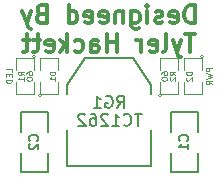
<source format=gbo>
G04 (created by PCBNEW (2013-07-07 BZR 4022)-stable) date 11/24/2014 5:15:10 AM*
%MOIN*%
G04 Gerber Fmt 3.4, Leading zero omitted, Abs format*
%FSLAX34Y34*%
G01*
G70*
G90*
G04 APERTURE LIST*
%ADD10C,0.00590551*%
%ADD11C,0.011811*%
%ADD12C,0.008*%
%ADD13C,0.005*%
%ADD14C,0.0039*%
%ADD15C,0.0043*%
G04 APERTURE END LIST*
G54D10*
G54D11*
X77840Y-51039D02*
X77840Y-50448D01*
X77699Y-50448D01*
X77615Y-50476D01*
X77559Y-50532D01*
X77530Y-50589D01*
X77502Y-50701D01*
X77502Y-50785D01*
X77530Y-50898D01*
X77559Y-50954D01*
X77615Y-51010D01*
X77699Y-51039D01*
X77840Y-51039D01*
X77024Y-51010D02*
X77080Y-51039D01*
X77193Y-51039D01*
X77249Y-51010D01*
X77277Y-50954D01*
X77277Y-50729D01*
X77249Y-50673D01*
X77193Y-50645D01*
X77080Y-50645D01*
X77024Y-50673D01*
X76996Y-50729D01*
X76996Y-50785D01*
X77277Y-50842D01*
X76771Y-51010D02*
X76715Y-51039D01*
X76602Y-51039D01*
X76546Y-51010D01*
X76518Y-50954D01*
X76518Y-50926D01*
X76546Y-50870D01*
X76602Y-50842D01*
X76687Y-50842D01*
X76743Y-50814D01*
X76771Y-50757D01*
X76771Y-50729D01*
X76743Y-50673D01*
X76687Y-50645D01*
X76602Y-50645D01*
X76546Y-50673D01*
X76265Y-51039D02*
X76265Y-50645D01*
X76265Y-50448D02*
X76293Y-50476D01*
X76265Y-50504D01*
X76237Y-50476D01*
X76265Y-50448D01*
X76265Y-50504D01*
X75731Y-50645D02*
X75731Y-51123D01*
X75759Y-51179D01*
X75787Y-51207D01*
X75843Y-51235D01*
X75928Y-51235D01*
X75984Y-51207D01*
X75731Y-51010D02*
X75787Y-51039D01*
X75899Y-51039D01*
X75956Y-51010D01*
X75984Y-50982D01*
X76012Y-50926D01*
X76012Y-50757D01*
X75984Y-50701D01*
X75956Y-50673D01*
X75899Y-50645D01*
X75787Y-50645D01*
X75731Y-50673D01*
X75449Y-50645D02*
X75449Y-51039D01*
X75449Y-50701D02*
X75421Y-50673D01*
X75365Y-50645D01*
X75281Y-50645D01*
X75224Y-50673D01*
X75196Y-50729D01*
X75196Y-51039D01*
X74690Y-51010D02*
X74746Y-51039D01*
X74859Y-51039D01*
X74915Y-51010D01*
X74943Y-50954D01*
X74943Y-50729D01*
X74915Y-50673D01*
X74859Y-50645D01*
X74746Y-50645D01*
X74690Y-50673D01*
X74662Y-50729D01*
X74662Y-50785D01*
X74943Y-50842D01*
X74184Y-51010D02*
X74240Y-51039D01*
X74353Y-51039D01*
X74409Y-51010D01*
X74437Y-50954D01*
X74437Y-50729D01*
X74409Y-50673D01*
X74353Y-50645D01*
X74240Y-50645D01*
X74184Y-50673D01*
X74156Y-50729D01*
X74156Y-50785D01*
X74437Y-50842D01*
X73650Y-51039D02*
X73650Y-50448D01*
X73650Y-51010D02*
X73706Y-51039D01*
X73818Y-51039D01*
X73875Y-51010D01*
X73903Y-50982D01*
X73931Y-50926D01*
X73931Y-50757D01*
X73903Y-50701D01*
X73875Y-50673D01*
X73818Y-50645D01*
X73706Y-50645D01*
X73650Y-50673D01*
X72722Y-50729D02*
X72637Y-50757D01*
X72609Y-50785D01*
X72581Y-50842D01*
X72581Y-50926D01*
X72609Y-50982D01*
X72637Y-51010D01*
X72694Y-51039D01*
X72919Y-51039D01*
X72919Y-50448D01*
X72722Y-50448D01*
X72665Y-50476D01*
X72637Y-50504D01*
X72609Y-50560D01*
X72609Y-50617D01*
X72637Y-50673D01*
X72665Y-50701D01*
X72722Y-50729D01*
X72919Y-50729D01*
X72384Y-50645D02*
X72244Y-51039D01*
X72103Y-50645D02*
X72244Y-51039D01*
X72300Y-51179D01*
X72328Y-51207D01*
X72384Y-51235D01*
X77868Y-51393D02*
X77530Y-51393D01*
X77699Y-51983D02*
X77699Y-51393D01*
X77390Y-51590D02*
X77249Y-51983D01*
X77109Y-51590D02*
X77249Y-51983D01*
X77305Y-52124D01*
X77334Y-52152D01*
X77390Y-52180D01*
X76799Y-51983D02*
X76856Y-51955D01*
X76884Y-51899D01*
X76884Y-51393D01*
X76349Y-51955D02*
X76406Y-51983D01*
X76518Y-51983D01*
X76574Y-51955D01*
X76602Y-51899D01*
X76602Y-51674D01*
X76574Y-51618D01*
X76518Y-51590D01*
X76406Y-51590D01*
X76349Y-51618D01*
X76321Y-51674D01*
X76321Y-51730D01*
X76602Y-51787D01*
X76068Y-51983D02*
X76068Y-51590D01*
X76068Y-51702D02*
X76040Y-51646D01*
X76012Y-51618D01*
X75956Y-51590D01*
X75899Y-51590D01*
X75253Y-51983D02*
X75253Y-51393D01*
X75253Y-51674D02*
X74915Y-51674D01*
X74915Y-51983D02*
X74915Y-51393D01*
X74381Y-51983D02*
X74381Y-51674D01*
X74409Y-51618D01*
X74465Y-51590D01*
X74578Y-51590D01*
X74634Y-51618D01*
X74381Y-51955D02*
X74437Y-51983D01*
X74578Y-51983D01*
X74634Y-51955D01*
X74662Y-51899D01*
X74662Y-51843D01*
X74634Y-51787D01*
X74578Y-51758D01*
X74437Y-51758D01*
X74381Y-51730D01*
X73847Y-51955D02*
X73903Y-51983D01*
X74015Y-51983D01*
X74071Y-51955D01*
X74100Y-51927D01*
X74128Y-51871D01*
X74128Y-51702D01*
X74100Y-51646D01*
X74071Y-51618D01*
X74015Y-51590D01*
X73903Y-51590D01*
X73847Y-51618D01*
X73593Y-51983D02*
X73593Y-51393D01*
X73537Y-51758D02*
X73368Y-51983D01*
X73368Y-51590D02*
X73593Y-51815D01*
X72890Y-51955D02*
X72947Y-51983D01*
X73059Y-51983D01*
X73115Y-51955D01*
X73143Y-51899D01*
X73143Y-51674D01*
X73115Y-51618D01*
X73059Y-51590D01*
X72947Y-51590D01*
X72890Y-51618D01*
X72862Y-51674D01*
X72862Y-51730D01*
X73143Y-51787D01*
X72694Y-51590D02*
X72469Y-51590D01*
X72609Y-51393D02*
X72609Y-51899D01*
X72581Y-51955D01*
X72525Y-51983D01*
X72469Y-51983D01*
X72356Y-51590D02*
X72131Y-51590D01*
X72272Y-51393D02*
X72272Y-51899D01*
X72244Y-51955D01*
X72187Y-51983D01*
X72131Y-51983D01*
G54D12*
X76400Y-54600D02*
X76400Y-55800D01*
X76400Y-55800D02*
X73600Y-55800D01*
X73600Y-55800D02*
X73600Y-54600D01*
X76400Y-53400D02*
X76400Y-53100D01*
X76400Y-53100D02*
X75800Y-52200D01*
X75800Y-52200D02*
X74200Y-52200D01*
X74200Y-52200D02*
X73600Y-53100D01*
X73600Y-53100D02*
X73600Y-53400D01*
G54D13*
X77950Y-56000D02*
X77050Y-56000D01*
X77050Y-56000D02*
X77050Y-55350D01*
X77950Y-54650D02*
X77950Y-54000D01*
X77950Y-54000D02*
X77050Y-54000D01*
X77050Y-54000D02*
X77050Y-54650D01*
X77950Y-55350D02*
X77950Y-56000D01*
X72950Y-56000D02*
X72050Y-56000D01*
X72050Y-56000D02*
X72050Y-55350D01*
X72950Y-54650D02*
X72950Y-54000D01*
X72950Y-54000D02*
X72050Y-54000D01*
X72050Y-54000D02*
X72050Y-54650D01*
X72950Y-55350D02*
X72950Y-56000D01*
G54D14*
X78150Y-52150D02*
G75*
G03X78150Y-52150I-50J0D01*
G74*
G01*
X78100Y-52600D02*
X78100Y-52200D01*
X78100Y-52200D02*
X77500Y-52200D01*
X77500Y-52200D02*
X77500Y-52600D01*
X77500Y-53000D02*
X77500Y-53400D01*
X77500Y-53400D02*
X78100Y-53400D01*
X78100Y-53400D02*
X78100Y-53000D01*
X76750Y-53450D02*
G75*
G03X76750Y-53450I-50J0D01*
G74*
G01*
X76700Y-53000D02*
X76700Y-53400D01*
X76700Y-53400D02*
X77300Y-53400D01*
X77300Y-53400D02*
X77300Y-53000D01*
X77300Y-52600D02*
X77300Y-52200D01*
X77300Y-52200D02*
X76700Y-52200D01*
X76700Y-52200D02*
X76700Y-52600D01*
X72550Y-52150D02*
G75*
G03X72550Y-52150I-50J0D01*
G74*
G01*
X72500Y-52600D02*
X72500Y-52200D01*
X72500Y-52200D02*
X71900Y-52200D01*
X71900Y-52200D02*
X71900Y-52600D01*
X71900Y-53000D02*
X71900Y-53400D01*
X71900Y-53400D02*
X72500Y-53400D01*
X72500Y-53400D02*
X72500Y-53000D01*
X72750Y-53450D02*
G75*
G03X72750Y-53450I-50J0D01*
G74*
G01*
X72700Y-53000D02*
X72700Y-53400D01*
X72700Y-53400D02*
X73300Y-53400D01*
X73300Y-53400D02*
X73300Y-53000D01*
X73300Y-52600D02*
X73300Y-52200D01*
X73300Y-52200D02*
X72700Y-52200D01*
X72700Y-52200D02*
X72700Y-52600D01*
G54D12*
X75266Y-53861D02*
X75399Y-53671D01*
X75495Y-53861D02*
X75495Y-53461D01*
X75342Y-53461D01*
X75304Y-53480D01*
X75285Y-53500D01*
X75266Y-53538D01*
X75266Y-53595D01*
X75285Y-53633D01*
X75304Y-53652D01*
X75342Y-53671D01*
X75495Y-53671D01*
X74885Y-53480D02*
X74923Y-53461D01*
X74980Y-53461D01*
X75038Y-53480D01*
X75076Y-53519D01*
X75095Y-53557D01*
X75114Y-53633D01*
X75114Y-53690D01*
X75095Y-53766D01*
X75076Y-53804D01*
X75038Y-53842D01*
X74980Y-53861D01*
X74942Y-53861D01*
X74885Y-53842D01*
X74866Y-53823D01*
X74866Y-53690D01*
X74942Y-53690D01*
X74485Y-53861D02*
X74714Y-53861D01*
X74599Y-53861D02*
X74599Y-53461D01*
X74638Y-53519D01*
X74676Y-53557D01*
X74714Y-53576D01*
X76076Y-54061D02*
X75847Y-54061D01*
X75961Y-54461D02*
X75961Y-54061D01*
X75485Y-54423D02*
X75504Y-54442D01*
X75561Y-54461D01*
X75600Y-54461D01*
X75657Y-54442D01*
X75695Y-54404D01*
X75714Y-54366D01*
X75733Y-54290D01*
X75733Y-54233D01*
X75714Y-54157D01*
X75695Y-54119D01*
X75657Y-54080D01*
X75600Y-54061D01*
X75561Y-54061D01*
X75504Y-54080D01*
X75485Y-54100D01*
X75104Y-54461D02*
X75333Y-54461D01*
X75219Y-54461D02*
X75219Y-54061D01*
X75257Y-54119D01*
X75295Y-54157D01*
X75333Y-54176D01*
X74952Y-54100D02*
X74933Y-54080D01*
X74895Y-54061D01*
X74800Y-54061D01*
X74761Y-54080D01*
X74742Y-54100D01*
X74723Y-54138D01*
X74723Y-54176D01*
X74742Y-54233D01*
X74971Y-54461D01*
X74723Y-54461D01*
X74380Y-54061D02*
X74457Y-54061D01*
X74495Y-54080D01*
X74514Y-54100D01*
X74552Y-54157D01*
X74571Y-54233D01*
X74571Y-54385D01*
X74552Y-54423D01*
X74533Y-54442D01*
X74495Y-54461D01*
X74419Y-54461D01*
X74380Y-54442D01*
X74361Y-54423D01*
X74342Y-54385D01*
X74342Y-54290D01*
X74361Y-54252D01*
X74380Y-54233D01*
X74419Y-54214D01*
X74495Y-54214D01*
X74533Y-54233D01*
X74552Y-54252D01*
X74571Y-54290D01*
X74190Y-54100D02*
X74171Y-54080D01*
X74133Y-54061D01*
X74038Y-54061D01*
X74000Y-54080D01*
X73980Y-54100D01*
X73961Y-54138D01*
X73961Y-54176D01*
X73980Y-54233D01*
X74209Y-54461D01*
X73961Y-54461D01*
G54D13*
X77592Y-54950D02*
X77607Y-54935D01*
X77621Y-54892D01*
X77621Y-54864D01*
X77607Y-54821D01*
X77578Y-54792D01*
X77550Y-54778D01*
X77492Y-54764D01*
X77450Y-54764D01*
X77392Y-54778D01*
X77364Y-54792D01*
X77335Y-54821D01*
X77321Y-54864D01*
X77321Y-54892D01*
X77335Y-54935D01*
X77350Y-54950D01*
X77621Y-55235D02*
X77621Y-55064D01*
X77621Y-55150D02*
X77321Y-55150D01*
X77364Y-55121D01*
X77392Y-55092D01*
X77407Y-55064D01*
X72592Y-54950D02*
X72607Y-54935D01*
X72621Y-54892D01*
X72621Y-54864D01*
X72607Y-54821D01*
X72578Y-54792D01*
X72550Y-54778D01*
X72492Y-54764D01*
X72450Y-54764D01*
X72392Y-54778D01*
X72364Y-54792D01*
X72335Y-54821D01*
X72321Y-54864D01*
X72321Y-54892D01*
X72335Y-54935D01*
X72350Y-54950D01*
X72350Y-55064D02*
X72335Y-55078D01*
X72321Y-55107D01*
X72321Y-55178D01*
X72335Y-55207D01*
X72350Y-55221D01*
X72378Y-55235D01*
X72407Y-55235D01*
X72450Y-55221D01*
X72621Y-55050D01*
X72621Y-55235D01*
G54D15*
X77754Y-52654D02*
X77557Y-52654D01*
X77557Y-52701D01*
X77567Y-52729D01*
X77585Y-52748D01*
X77604Y-52757D01*
X77642Y-52767D01*
X77670Y-52767D01*
X77707Y-52757D01*
X77726Y-52748D01*
X77745Y-52729D01*
X77754Y-52701D01*
X77754Y-52654D01*
X77576Y-52842D02*
X77567Y-52851D01*
X77557Y-52870D01*
X77557Y-52917D01*
X77567Y-52936D01*
X77576Y-52945D01*
X77595Y-52954D01*
X77614Y-52954D01*
X77642Y-52945D01*
X77754Y-52832D01*
X77754Y-52954D01*
X78423Y-52537D02*
X78226Y-52537D01*
X78226Y-52612D01*
X78235Y-52631D01*
X78245Y-52640D01*
X78263Y-52649D01*
X78292Y-52649D01*
X78310Y-52640D01*
X78320Y-52631D01*
X78329Y-52612D01*
X78329Y-52537D01*
X78226Y-52715D02*
X78423Y-52762D01*
X78282Y-52800D01*
X78423Y-52837D01*
X78226Y-52884D01*
X78423Y-53072D02*
X78329Y-53006D01*
X78423Y-52959D02*
X78226Y-52959D01*
X78226Y-53034D01*
X78235Y-53053D01*
X78245Y-53062D01*
X78263Y-53072D01*
X78292Y-53072D01*
X78310Y-53062D01*
X78320Y-53053D01*
X78329Y-53034D01*
X78329Y-52959D01*
X77204Y-52767D02*
X77110Y-52701D01*
X77204Y-52654D02*
X77007Y-52654D01*
X77007Y-52729D01*
X77017Y-52748D01*
X77026Y-52757D01*
X77045Y-52767D01*
X77073Y-52767D01*
X77092Y-52757D01*
X77101Y-52748D01*
X77110Y-52729D01*
X77110Y-52654D01*
X77026Y-52842D02*
X77017Y-52851D01*
X77007Y-52870D01*
X77007Y-52917D01*
X77017Y-52936D01*
X77026Y-52945D01*
X77045Y-52954D01*
X77064Y-52954D01*
X77092Y-52945D01*
X77204Y-52832D01*
X77204Y-52954D01*
X76732Y-52743D02*
X76732Y-52706D01*
X76742Y-52687D01*
X76751Y-52678D01*
X76779Y-52659D01*
X76817Y-52649D01*
X76892Y-52649D01*
X76910Y-52659D01*
X76920Y-52668D01*
X76929Y-52687D01*
X76929Y-52724D01*
X76920Y-52743D01*
X76910Y-52753D01*
X76892Y-52762D01*
X76845Y-52762D01*
X76826Y-52753D01*
X76817Y-52743D01*
X76807Y-52724D01*
X76807Y-52687D01*
X76817Y-52668D01*
X76826Y-52659D01*
X76845Y-52649D01*
X76732Y-52884D02*
X76732Y-52903D01*
X76742Y-52921D01*
X76751Y-52931D01*
X76770Y-52940D01*
X76807Y-52950D01*
X76854Y-52950D01*
X76892Y-52940D01*
X76910Y-52931D01*
X76920Y-52921D01*
X76929Y-52903D01*
X76929Y-52884D01*
X76920Y-52865D01*
X76910Y-52856D01*
X76892Y-52846D01*
X76854Y-52837D01*
X76807Y-52837D01*
X76770Y-52846D01*
X76751Y-52856D01*
X76742Y-52865D01*
X76732Y-52884D01*
X72154Y-52767D02*
X72060Y-52701D01*
X72154Y-52654D02*
X71957Y-52654D01*
X71957Y-52729D01*
X71967Y-52748D01*
X71976Y-52757D01*
X71995Y-52767D01*
X72023Y-52767D01*
X72042Y-52757D01*
X72051Y-52748D01*
X72060Y-52729D01*
X72060Y-52654D01*
X72154Y-52954D02*
X72154Y-52842D01*
X72154Y-52898D02*
X71957Y-52898D01*
X71985Y-52879D01*
X72004Y-52860D01*
X72014Y-52842D01*
X72232Y-52743D02*
X72232Y-52706D01*
X72242Y-52687D01*
X72251Y-52678D01*
X72279Y-52659D01*
X72317Y-52649D01*
X72392Y-52649D01*
X72410Y-52659D01*
X72420Y-52668D01*
X72429Y-52687D01*
X72429Y-52724D01*
X72420Y-52743D01*
X72410Y-52753D01*
X72392Y-52762D01*
X72345Y-52762D01*
X72326Y-52753D01*
X72317Y-52743D01*
X72307Y-52724D01*
X72307Y-52687D01*
X72317Y-52668D01*
X72326Y-52659D01*
X72345Y-52649D01*
X72232Y-52884D02*
X72232Y-52903D01*
X72242Y-52921D01*
X72251Y-52931D01*
X72270Y-52940D01*
X72307Y-52950D01*
X72354Y-52950D01*
X72392Y-52940D01*
X72410Y-52931D01*
X72420Y-52921D01*
X72429Y-52903D01*
X72429Y-52884D01*
X72420Y-52865D01*
X72410Y-52856D01*
X72392Y-52846D01*
X72354Y-52837D01*
X72307Y-52837D01*
X72270Y-52846D01*
X72251Y-52856D01*
X72242Y-52865D01*
X72232Y-52884D01*
X73204Y-52654D02*
X73007Y-52654D01*
X73007Y-52701D01*
X73017Y-52729D01*
X73035Y-52748D01*
X73054Y-52757D01*
X73092Y-52767D01*
X73120Y-52767D01*
X73157Y-52757D01*
X73176Y-52748D01*
X73195Y-52729D01*
X73204Y-52701D01*
X73204Y-52654D01*
X73204Y-52954D02*
X73204Y-52842D01*
X73204Y-52898D02*
X73007Y-52898D01*
X73035Y-52879D01*
X73054Y-52860D01*
X73064Y-52842D01*
X71748Y-52673D02*
X71748Y-52579D01*
X71551Y-52579D01*
X71645Y-52739D02*
X71645Y-52804D01*
X71748Y-52832D02*
X71748Y-52739D01*
X71551Y-52739D01*
X71551Y-52832D01*
X71748Y-52917D02*
X71551Y-52917D01*
X71551Y-52964D01*
X71561Y-52992D01*
X71579Y-53011D01*
X71598Y-53020D01*
X71636Y-53029D01*
X71664Y-53029D01*
X71701Y-53020D01*
X71720Y-53011D01*
X71739Y-52992D01*
X71748Y-52964D01*
X71748Y-52917D01*
M02*

</source>
